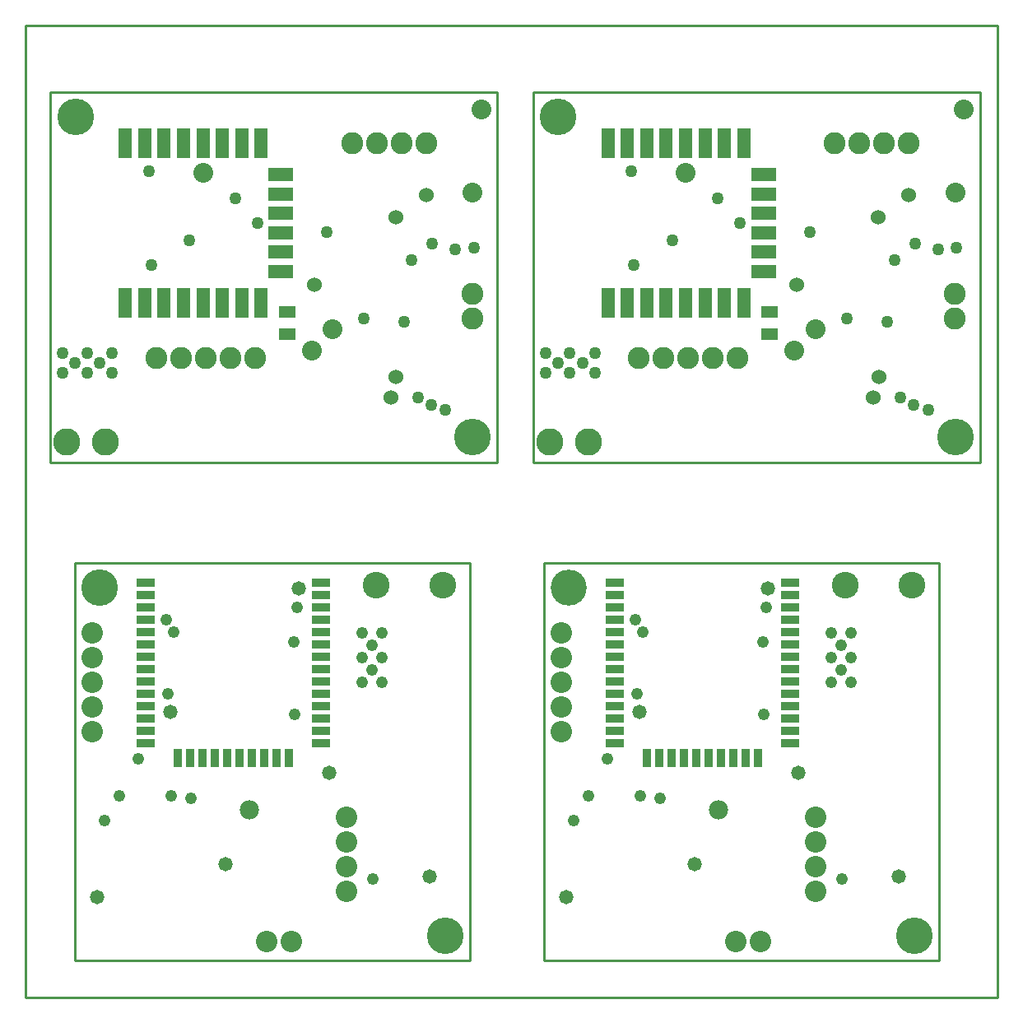
<source format=gbs>
%FSLAX23Y23*%
%MOIN*%
G70*
G01*
G75*
G04 Layer_Color=16711935*
%ADD10R,0.079X0.150*%
%ADD11R,0.039X0.059*%
%ADD12R,0.063X0.055*%
%ADD13R,0.094X0.063*%
%ADD14R,0.059X0.039*%
%ADD15R,0.079X0.157*%
%ADD16R,0.100X0.200*%
%ADD17R,0.050X0.035*%
%ADD18R,0.110X0.079*%
%ADD19R,0.100X0.030*%
%ADD20R,0.017X0.066*%
%ADD21R,0.055X0.071*%
%ADD22R,0.090X0.150*%
%ADD23R,0.085X0.050*%
%ADD24R,0.150X0.079*%
%ADD25R,0.071X0.055*%
%ADD26R,0.063X0.094*%
%ADD27R,0.200X0.100*%
%ADD28R,0.079X0.110*%
%ADD29R,0.030X0.100*%
%ADD30R,0.026X0.042*%
%ADD31R,0.066X0.017*%
%ADD32R,0.150X0.090*%
%ADD33R,0.050X0.085*%
%ADD34C,0.025*%
%ADD35C,0.030*%
%ADD36C,0.040*%
%ADD37C,0.015*%
%ADD38C,0.020*%
%ADD39C,0.035*%
%ADD40C,0.050*%
%ADD41C,0.055*%
%ADD42C,0.010*%
%ADD43C,0.045*%
%ADD44C,0.060*%
%ADD45R,0.151X0.305*%
%ADD46R,0.035X0.075*%
%ADD47R,0.065X0.080*%
%ADD48R,0.280X0.151*%
%ADD49R,0.052X0.100*%
%ADD50R,0.094X0.047*%
%ADD51R,0.120X0.040*%
%ADD52R,0.035X0.045*%
%ADD53R,0.085X0.065*%
%ADD54R,0.064X0.076*%
%ADD55R,0.044X0.080*%
%ADD56C,0.079*%
%ADD57C,0.100*%
%ADD58C,0.138*%
%ADD59C,0.040*%
%ADD60C,0.050*%
%ADD61C,0.070*%
%ADD62R,0.030X0.070*%
%ADD63R,0.070X0.030*%
%ADD64R,0.094X0.047*%
%ADD65R,0.047X0.110*%
%ADD66R,0.205X0.305*%
%ADD67R,0.290X0.235*%
%ADD68C,0.004*%
%ADD69C,0.003*%
%ADD70C,0.002*%
%ADD71C,0.002*%
%ADD72C,0.005*%
%ADD73C,0.001*%
%ADD74C,0.008*%
%ADD75C,0.008*%
%ADD76R,0.060X0.169*%
%ADD77R,0.063X0.021*%
%ADD78R,0.021X0.063*%
%ADD79R,0.169X0.060*%
%ADD80R,0.063X0.023*%
%ADD81R,0.087X0.158*%
%ADD82R,0.047X0.067*%
%ADD83R,0.071X0.063*%
%ADD84R,0.102X0.071*%
%ADD85R,0.067X0.047*%
%ADD86R,0.087X0.165*%
%ADD87R,0.108X0.208*%
%ADD88R,0.058X0.043*%
%ADD89R,0.118X0.087*%
%ADD90R,0.108X0.038*%
%ADD91R,0.025X0.074*%
%ADD92R,0.063X0.079*%
%ADD93R,0.098X0.158*%
%ADD94R,0.093X0.058*%
%ADD95R,0.160X0.089*%
%ADD96R,0.069X0.049*%
%ADD97R,0.073X0.065*%
%ADD98R,0.049X0.069*%
%ADD99R,0.081X0.065*%
%ADD100R,0.073X0.104*%
%ADD101R,0.089X0.167*%
%ADD102R,0.210X0.110*%
%ADD103R,0.060X0.045*%
%ADD104R,0.089X0.120*%
%ADD105R,0.040X0.110*%
%ADD106R,0.036X0.052*%
%ADD107R,0.076X0.027*%
%ADD108R,0.160X0.100*%
%ADD109R,0.060X0.095*%
%ADD110C,0.087*%
%ADD111C,0.108*%
%ADD112C,0.146*%
%ADD113C,0.148*%
%ADD114C,0.089*%
%ADD115C,0.110*%
%ADD116C,0.048*%
%ADD117C,0.058*%
%ADD118C,0.078*%
%ADD119C,0.060*%
%ADD120C,0.080*%
%ADD121R,0.038X0.078*%
%ADD122R,0.078X0.038*%
%ADD123R,0.104X0.057*%
%ADD124R,0.057X0.120*%
D42*
X2100Y150D02*
Y1760D01*
X3700D01*
X2100Y150D02*
X3700D01*
Y1760D01*
X1800Y150D02*
Y1760D01*
X200Y150D02*
X1800D01*
X200Y1760D02*
X1800D01*
X200Y150D02*
Y1760D01*
X3937Y0D02*
Y3937D01*
X0D02*
X3937D01*
X0Y0D02*
Y3937D01*
Y0D02*
X3937D01*
X100Y2165D02*
X1910D01*
X100D02*
Y3665D01*
X1910Y2165D02*
Y3665D01*
X100D02*
X1910D01*
X2055D02*
X3865D01*
Y2165D02*
Y3665D01*
X2055Y2165D02*
Y3665D01*
Y2165D02*
X3865D01*
D60*
X848Y3236D02*
D03*
X498Y3346D02*
D03*
X1221Y3100D02*
D03*
X1533Y2736D02*
D03*
X1700Y2378D02*
D03*
X508Y2966D02*
D03*
X150Y2530D02*
D03*
Y2610D02*
D03*
X200Y2570D02*
D03*
X248Y2530D02*
D03*
Y2610D02*
D03*
X300Y2570D02*
D03*
X350Y2530D02*
D03*
Y2610D02*
D03*
X1588Y2430D02*
D03*
X1371Y2750D02*
D03*
X1740Y3029D02*
D03*
X1816Y3037D02*
D03*
X1563Y2985D02*
D03*
X1647Y3054D02*
D03*
X1642Y2399D02*
D03*
X938Y3136D02*
D03*
X663Y3066D02*
D03*
X2618D02*
D03*
X2893Y3136D02*
D03*
X3597Y2399D02*
D03*
X3602Y3054D02*
D03*
X3518Y2985D02*
D03*
X3771Y3037D02*
D03*
X3695Y3029D02*
D03*
X3326Y2750D02*
D03*
X3543Y2430D02*
D03*
X2305Y2610D02*
D03*
Y2530D02*
D03*
X2255Y2570D02*
D03*
X2203Y2610D02*
D03*
Y2530D02*
D03*
X2155Y2570D02*
D03*
X2105Y2610D02*
D03*
Y2530D02*
D03*
X2463Y2966D02*
D03*
X3655Y2378D02*
D03*
X3488Y2736D02*
D03*
X3176Y3100D02*
D03*
X2453Y3346D02*
D03*
X2803Y3236D02*
D03*
D96*
X3013Y2776D02*
D03*
Y2686D02*
D03*
X1058Y2776D02*
D03*
Y2686D02*
D03*
D110*
X2170Y1175D02*
D03*
Y1275D02*
D03*
Y1375D02*
D03*
Y1475D02*
D03*
Y1075D02*
D03*
X3200Y430D02*
D03*
Y530D02*
D03*
Y630D02*
D03*
Y730D02*
D03*
X2975Y225D02*
D03*
X2875D02*
D03*
X1075D02*
D03*
X975D02*
D03*
X1300Y430D02*
D03*
Y530D02*
D03*
Y630D02*
D03*
Y730D02*
D03*
X270Y1175D02*
D03*
Y1275D02*
D03*
Y1375D02*
D03*
Y1475D02*
D03*
Y1075D02*
D03*
D111*
X3590Y1670D02*
D03*
X3320D02*
D03*
X1420D02*
D03*
X1690D02*
D03*
D112*
X2200Y1660D02*
D03*
D113*
X3600Y250D02*
D03*
X1700D02*
D03*
X300Y1660D02*
D03*
X202Y3565D02*
D03*
X1810Y2270D02*
D03*
X3765D02*
D03*
X2157Y3565D02*
D03*
D114*
X2783Y2591D02*
D03*
X2683D02*
D03*
X2583D02*
D03*
X2483D02*
D03*
X2883D02*
D03*
X3577Y3460D02*
D03*
X3477D02*
D03*
X3377D02*
D03*
X3277D02*
D03*
X3763Y2851D02*
D03*
Y2751D02*
D03*
X1808Y2851D02*
D03*
Y2751D02*
D03*
X1622Y3460D02*
D03*
X1522D02*
D03*
X1422D02*
D03*
X1322D02*
D03*
X828Y2591D02*
D03*
X728D02*
D03*
X628D02*
D03*
X528D02*
D03*
X928D02*
D03*
D115*
X2278Y2251D02*
D03*
X2122D02*
D03*
X167D02*
D03*
X323D02*
D03*
D116*
X2280Y815D02*
D03*
X2490D02*
D03*
X2570Y805D02*
D03*
X2985Y1440D02*
D03*
X3305Y480D02*
D03*
X2990Y1145D02*
D03*
X2355Y965D02*
D03*
X3000Y1580D02*
D03*
X2500Y1480D02*
D03*
X2470Y1530D02*
D03*
X2475Y1230D02*
D03*
X3264Y1475D02*
D03*
X2220Y715D02*
D03*
X3344Y1475D02*
D03*
X3304Y1425D02*
D03*
X3264Y1377D02*
D03*
X3344D02*
D03*
X3304Y1325D02*
D03*
X3264Y1275D02*
D03*
X3344D02*
D03*
X1444D02*
D03*
X1364D02*
D03*
X1404Y1325D02*
D03*
X1444Y1377D02*
D03*
X1364D02*
D03*
X1404Y1425D02*
D03*
X1444Y1475D02*
D03*
X320Y715D02*
D03*
X1364Y1475D02*
D03*
X575Y1230D02*
D03*
X570Y1530D02*
D03*
X600Y1480D02*
D03*
X1100Y1580D02*
D03*
X455Y965D02*
D03*
X1090Y1145D02*
D03*
X1405Y480D02*
D03*
X1085Y1440D02*
D03*
X670Y805D02*
D03*
X590Y815D02*
D03*
X380D02*
D03*
D117*
X3130Y910D02*
D03*
X3535Y490D02*
D03*
X2710Y540D02*
D03*
X3005Y1655D02*
D03*
X2485Y1155D02*
D03*
X2190Y405D02*
D03*
X290D02*
D03*
X585Y1155D02*
D03*
X1105Y1655D02*
D03*
X810Y540D02*
D03*
X1635Y490D02*
D03*
X1230Y910D02*
D03*
D118*
X2805Y760D02*
D03*
X905D02*
D03*
D119*
X1169Y2887D02*
D03*
X1500Y2514D02*
D03*
X1479Y2431D02*
D03*
X1498Y3160D02*
D03*
X1622Y3250D02*
D03*
X3577D02*
D03*
X3453Y3160D02*
D03*
X3434Y2431D02*
D03*
X3455Y2514D02*
D03*
X3124Y2887D02*
D03*
D120*
X1244Y2705D02*
D03*
X718Y3341D02*
D03*
X1811Y3258D02*
D03*
X1845Y3595D02*
D03*
X1158Y2621D02*
D03*
X3113D02*
D03*
X3800Y3595D02*
D03*
X3766Y3258D02*
D03*
X2673Y3341D02*
D03*
X3199Y2705D02*
D03*
D121*
X2515Y968D02*
D03*
X2565D02*
D03*
X2615D02*
D03*
X2665D02*
D03*
X2715D02*
D03*
X2765D02*
D03*
X2815D02*
D03*
X2865D02*
D03*
X2915D02*
D03*
X2965D02*
D03*
X615D02*
D03*
X665D02*
D03*
X715D02*
D03*
X765D02*
D03*
X815D02*
D03*
X865D02*
D03*
X915D02*
D03*
X965D02*
D03*
X1015D02*
D03*
X1065D02*
D03*
D122*
X2385Y1530D02*
D03*
Y1580D02*
D03*
Y1480D02*
D03*
Y1430D02*
D03*
Y1630D02*
D03*
Y1680D02*
D03*
Y1330D02*
D03*
Y1380D02*
D03*
Y1280D02*
D03*
Y1230D02*
D03*
Y1030D02*
D03*
Y1080D02*
D03*
Y1180D02*
D03*
Y1130D02*
D03*
X3095D02*
D03*
Y1180D02*
D03*
Y1080D02*
D03*
Y1030D02*
D03*
Y1230D02*
D03*
Y1280D02*
D03*
Y1380D02*
D03*
Y1330D02*
D03*
Y1680D02*
D03*
Y1630D02*
D03*
Y1430D02*
D03*
Y1480D02*
D03*
Y1580D02*
D03*
Y1530D02*
D03*
X485D02*
D03*
Y1580D02*
D03*
Y1480D02*
D03*
Y1430D02*
D03*
Y1630D02*
D03*
Y1680D02*
D03*
Y1330D02*
D03*
Y1380D02*
D03*
Y1280D02*
D03*
Y1230D02*
D03*
Y1030D02*
D03*
Y1080D02*
D03*
Y1180D02*
D03*
Y1130D02*
D03*
X1195D02*
D03*
Y1180D02*
D03*
Y1080D02*
D03*
Y1030D02*
D03*
Y1230D02*
D03*
Y1280D02*
D03*
Y1380D02*
D03*
Y1330D02*
D03*
Y1680D02*
D03*
Y1630D02*
D03*
Y1430D02*
D03*
Y1480D02*
D03*
Y1580D02*
D03*
Y1530D02*
D03*
D123*
X2988Y2939D02*
D03*
Y3018D02*
D03*
Y3097D02*
D03*
Y3175D02*
D03*
Y3254D02*
D03*
Y3333D02*
D03*
X1033Y2939D02*
D03*
Y3018D02*
D03*
Y3097D02*
D03*
Y3175D02*
D03*
Y3254D02*
D03*
Y3333D02*
D03*
D124*
X2909Y3459D02*
D03*
X2830D02*
D03*
X2752D02*
D03*
X2673D02*
D03*
X2594D02*
D03*
X2515D02*
D03*
X2437D02*
D03*
X2358D02*
D03*
Y2813D02*
D03*
X2437D02*
D03*
X2515D02*
D03*
X2594D02*
D03*
X2673D02*
D03*
X2752D02*
D03*
X2830D02*
D03*
X2909D02*
D03*
X954Y3459D02*
D03*
X875D02*
D03*
X797D02*
D03*
X718D02*
D03*
X639D02*
D03*
X560D02*
D03*
X482D02*
D03*
X403D02*
D03*
Y2813D02*
D03*
X482D02*
D03*
X560D02*
D03*
X639D02*
D03*
X718D02*
D03*
X797D02*
D03*
X875D02*
D03*
X954D02*
D03*
M02*

</source>
